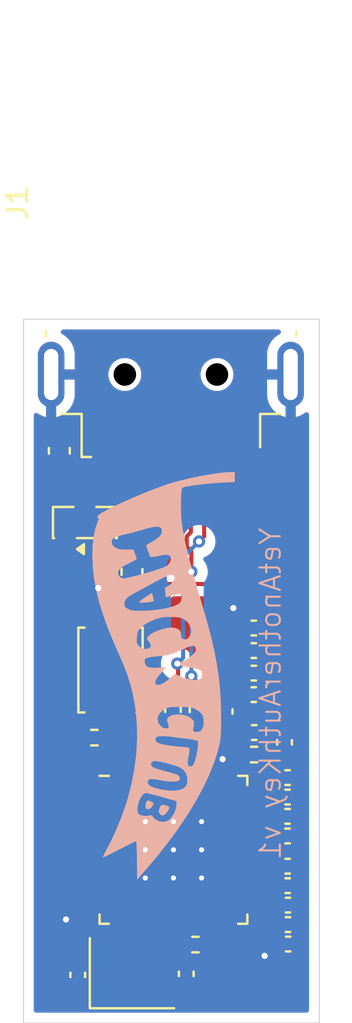
<source format=kicad_pcb>
(kicad_pcb (version 20241229) (generator "pcbnew") (generator_version "9.0")
  (layers (0 "F.Cu" signal) (2 "B.Cu" signal) (13 "F.Paste" user) (15 "B.Paste" user) (5 "F.SilkS" user "F.Silkscreen") (7 "B.SilkS" user "B.Silkscreen") (1 "F.Mask" user) (3 "B.Mask" user) (25 "Edge.Cuts" user))
  (net 0 "")
  (net 1 "VBUS")
  (net 2 "GND")
  (net 3 "+3V3")
  (net 4 "Net-(C3-Pad1)")
  (net 5 "/XIN")
  (net 6 "+1V1")
  (net 7 "/VREG_AVDD")
  (net 8 "Net-(U1-VREG_LX)")
  (net 9 "/USB_D+")
  (net 10 "/USB_D-")
  (net 11 "Net-(U1-USB_DP)")
  (net 12 "Net-(U1-USB_DM)")
  (net 13 "/BOOTSEL")
  (net 14 "Net-(R4-Pad1)")
  (net 15 "/XOUT")
  (footprint "Capacitor_SMD:C_0402_1005Metric" (layer "F.Cu") (at 194.55 65.55)
    (property "Reference" "C8" (hide yes))
    (property "Value" "100n" (hide yes))
    (pad "1" smd roundrect (at -0.48 0) (size 0.56 0.62) (layers "F.Cu" "F.Mask" "F.Paste") (net 6 "+1V1"))
    (pad "2" smd roundrect (at 0.48 0) (size 0.56 0.62) (layers "F.Cu" "F.Mask" "F.Paste") (net 2 "GND"))
  )
  (footprint "Capacitor_SMD:C_0603_1608Metric" (layer "F.Cu") (at 185.05 55.8 90)
    (property "Reference" "C1" (hide yes))
    (property "Value" "10u" (hide yes))
    (pad "1" smd roundrect (at -0.775 0 90) (size 0.9 0.95) (layers "F.Cu" "F.Mask" "F.Paste") (net 2 "GND"))
    (pad "2" smd roundrect (at 0.775 0 90) (size 0.9 0.95) (layers "F.Cu" "F.Mask" "F.Paste") (net 1 "VBUS"))
  )
  (footprint "Button_Switch_SMD:SW_Push_SPST_NO_Alps_SKRK" (layer "F.Cu") (at 187.55 66.5 -90)
    (property "Reference" "SW1" (hide yes))
    (property "Value" "SW_Push" (hide yes))
    (pad "1" smd roundrect (at -2.1 0 270) (size 0.8 2) (layers "F.Cu" "F.Mask" "F.Paste") (net 2 "GND"))
    (pad "2" smd roundrect (at 2.1 0 270) (size 0.8 2) (layers "F.Cu" "F.Mask" "F.Paste") (net 14 "Net-(R4-Pad1)"))
  )
  (footprint "Capacitor_SMD:C_0402_1005Metric" (layer "F.Cu") (at 196.05 70.03 90)
    (property "Reference" "C6" (hide yes))
    (property "Value" "4.7u" (hide yes))
    (pad "1" smd roundrect (at -0.48 0 90) (size 0.56 0.62) (layers "F.Cu" "F.Mask" "F.Paste") (net 3 "+3V3"))
    (pad "2" smd roundrect (at 0.48 0 90) (size 0.56 0.62) (layers "F.Cu" "F.Mask" "F.Paste") (net 2 "GND"))
  )
  (footprint "Package_TO_SOT_SMD:SOT-23" (layer "F.Cu") (at 186.3 59.3 90)
    (property "Reference" "U2" (hide yes))
    (property "Value" "MCP1700x-330xxTT" (hide yes))
    (pad "1" smd roundrect (at -0.9375 -0.95 90) (size 1.475 0.6) (layers "F.Cu" "F.Mask" "F.Paste") (net 2 "GND"))
    (pad "2" smd roundrect (at -0.9375 0.95 90) (size 1.475 0.6) (layers "F.Cu" "F.Mask" "F.Paste") (net 3 "+3V3"))
    (pad "3" smd roundrect (at 0.9375 0 90) (size 1.475 0.6) (layers "F.Cu" "F.Mask" "F.Paste") (net 1 "VBUS"))
  )
  (footprint "Resistor_SMD:R_0402_1005Metric" (layer "F.Cu") (at 191.8 68.4 90)
    (property "Reference" "R3" (hide yes))
    (property "Value" "27" (hide yes))
    (pad "1" smd roundrect (at -0.51 0 90) (size 0.54 0.64) (layers "F.Cu" "F.Mask" "F.Paste") (net 12 "Net-(U1-USB_DM)"))
    (pad "2" smd roundrect (at 0.51 0 90) (size 0.54 0.64) (layers "F.Cu" "F.Mask" "F.Paste") (net 10 "/USB_D-"))
  )
  (footprint "Capacitor_SMD:C_0402_1005Metric" (layer "F.Cu") (at 196.22 78.925 180)
    (property "Reference" "C12" (hide yes))
    (property "Value" "100n" (hide yes))
    (pad "1" smd roundrect (at -0.48 0 180) (size 0.56 0.62) (layers "F.Cu" "F.Mask" "F.Paste") (net 3 "+3V3"))
    (pad "2" smd roundrect (at 0.48 0 180) (size 0.56 0.62) (layers "F.Cu" "F.Mask" "F.Paste") (net 2 "GND"))
  )
  (footprint "Capacitor_SMD:C_0603_1608Metric" (layer "F.Cu") (at 188.6 61.7125 -90)
    (property "Reference" "C2" (hide yes))
    (property "Value" "10u" (hide yes))
    (pad "1" smd roundrect (at -0.775 0 270) (size 0.9 0.95) (layers "F.Cu" "F.Mask" "F.Paste") (net 3 "+3V3"))
    (pad "2" smd roundrect (at 0.775 0 270) (size 0.9 0.95) (layers "F.Cu" "F.Mask" "F.Paste") (net 2 "GND"))
  )
  (footprint "Crystal:Crystal_SMD_3225-4Pin_3.2x2.5mm" (layer "F.Cu") (at 188.6 81.3)
    (property "Reference" "Y1" (hide yes))
    (property "Value" "ABM8-272-T3" (hide yes))
    (pad "1" smd roundrect (at -1.1 0.85) (size 1.4 1.2) (layers "F.Cu" "F.Mask" "F.Paste") (roundrect_rratio 0.208333) (net 4 "Net-(C3-Pad1)"))
    (pad "2" smd roundrect (at 1.1 0.85) (size 1.4 1.2) (layers "F.Cu" "F.Mask" "F.Paste") (roundrect_rratio 0.208333) (net 2 "GND"))
    (pad "3" smd roundrect (at 1.1 -0.85) (size 1.4 1.2) (layers "F.Cu" "F.Mask" "F.Paste") (roundrect_rratio 0.208333) (net 5 "/XIN"))
    (pad "4" smd roundrect (at -1.1 -0.85) (size 1.4 1.2) (layers "F.Cu" "F.Mask" "F.Paste") (roundrect_rratio 0.208333) (net 2 "GND"))
  )
  (footprint "Capacitor_SMD:C_0402_1005Metric" (layer "F.Cu") (at 194.55 64.45)
    (property "Reference" "C10" (hide yes))
    (property "Value" "100n" (hide yes))
    (pad "1" smd roundrect (at -0.48 0) (size 0.56 0.62) (layers "F.Cu" "F.Mask" "F.Paste") (net 6 "+1V1"))
    (pad "2" smd roundrect (at 0.48 0) (size 0.56 0.62) (layers "F.Cu" "F.Mask" "F.Paste") (net 2 "GND"))
  )
  (footprint "Connector_USB:USB_A_Molex_48037-2200_Horizontal" (layer "F.Cu") (at 190.5 43.7 90)
    (property "Reference" "J1" (at 0 -7.5 90) (layer "F.SilkS"))
    (property "Value" "USB_A")
    (pad "" np_thru_hole circle (at -8.375 -2.25 90) (size 1.1 1.1) (drill 1.1) (layers "*.Mask"))
    (pad "" np_thru_hole circle (at -8.375 2.25 90) (size 1.1 1.1) (drill 1.1) (layers "*.Mask"))
    (pad "1" smd roundrect (at -10.975 -3.5 90) (size 2 1.2) (layers "F.Cu" "F.Mask" "F.Paste") (net 1 "VBUS"))
    (pad "2" smd roundrect (at -10.975 -1 90) (size 2 1.2) (layers "F.Cu" "F.Mask" "F.Paste") (net 10 "/USB_D-"))
    (pad "3" smd roundrect (at -10.975 1 90) (size 2 1.2) (layers "F.Cu" "F.Mask" "F.Paste") (net 9 "/USB_D+"))
    (pad "4" smd roundrect (at -10.975 3.5 90) (size 2 1.2) (layers "F.Cu" "F.Mask" "F.Paste") (net 2 "GND"))
    (pad "5" thru_hole oval (at -8.375 -5.85 90) (size 3.2 1.3) (drill oval 2.5 0.7) (property pad_prop_heatsink) (layers "*.Cu" "*.Mask") (net 2 "GND"))
    (pad "5" thru_hole oval (at -8.375 5.85 90) (size 3.2 1.3) (drill oval 2.5 0.7) (property pad_prop_heatsink) (layers "*.Cu" "*.Mask") (net 2 "GND"))
  )
  (footprint "Capacitor_SMD:C_0402_1005Metric" (layer "F.Cu") (at 193.15 68.525 -90)
    (property "Reference" "L1" (hide yes))
    (property "Value" "3.3u" (hide yes))
    (pad "1" smd roundrect (at -0.48 0 270) (size 0.56 0.62) (layers "F.Cu" "F.Mask" "F.Paste") (net 6 "+1V1"))
    (pad "2" smd roundrect (at 0.48 0 270) (size 0.56 0.62) (layers "F.Cu" "F.Mask" "F.Paste") (net 8 "Net-(U1-VREG_LX)"))
  )
  (footprint "Capacitor_SMD:C_0402_1005Metric" (layer "F.Cu") (at 196.23 79.875 180)
    (property "Reference" "C11" (hide yes))
    (property "Value" "100n" (hide yes))
    (pad "1" smd roundrect (at -0.48 0 180) (size 0.56 0.62) (layers "F.Cu" "F.Mask" "F.Paste") (net 3 "+3V3"))
    (pad "2" smd roundrect (at 0.48 0 180) (size 0.56 0.62) (layers "F.Cu" "F.Mask" "F.Paste") (net 2 "GND"))
  )
  (footprint "Capacitor_SMD:C_0402_1005Metric" (layer "F.Cu") (at 196.2 71.75 180)
    (property "Reference" "C17" (hide yes))
    (property "Value" "100n" (hide yes))
    (pad "1" smd roundrect (at -0.48 0 180) (size 0.56 0.62) (layers "F.Cu" "F.Mask" "F.Paste") (net 3 "+3V3"))
    (pad "2" smd roundrect (at 0.48 0 180) (size 0.56 0.62) (layers "F.Cu" "F.Mask" "F.Paste") (net 2 "GND"))
  )
  (footprint "Resistor_SMD:R_0402_1005Metric" (layer "F.Cu") (at 190.6 68.39 90)
    (property "Reference" "R2" (hide yes))
    (property "Value" "27" (hide yes))
    (pad "1" smd roundrect (at -0.51 0 90) (size 0.54 0.64) (layers "F.Cu" "F.Mask" "F.Paste") (net 11 "Net-(U1-USB_DP)"))
    (pad "2" smd roundrect (at 0.51 0 90) (size 0.54 0.64) (layers "F.Cu" "F.Mask" "F.Paste") (net 9 "/USB_D+"))
  )
  (footprint "Capacitor_SMD:C_0402_1005Metric" (layer "F.Cu") (at 194.55 66.65)
    (property "Reference" "C9" (hide yes))
    (property "Value" "4.7u" (hide yes))
    (pad "1" smd roundrect (at -0.48 0) (size 0.56 0.62) (layers "F.Cu" "F.Mask" "F.Paste") (net 6 "+1V1"))
    (pad "2" smd roundrect (at 0.48 0) (size 0.56 0.62) (layers "F.Cu" "F.Mask" "F.Paste") (net 2 "GND"))
  )
  (footprint "Resistor_SMD:R_0402_1005Metric" (layer "F.Cu") (at 186.76 69.8 180)
    (property "Reference" "R4" (hide yes))
    (property "Value" "1k" (hide yes))
    (pad "1" smd roundrect (at -0.51 0 180) (size 0.54 0.64) (layers "F.Cu" "F.Mask" "F.Paste") (net 14 "Net-(R4-Pad1)"))
    (pad "2" smd roundrect (at 0.51 0 180) (size 0.54 0.64) (layers "F.Cu" "F.Mask" "F.Paste") (net 13 "/BOOTSEL"))
  )
  (footprint "Resistor_SMD:R_0402_1005Metric" (layer "F.Cu") (at 194.565 70.625)
    (property "Reference" "R6" (hide yes))
    (property "Value" "33" (hide yes))
    (pad "1" smd roundrect (at -0.51 0) (size 0.54 0.64) (layers "F.Cu" "F.Mask" "F.Paste") (net 7 "/VREG_AVDD"))
    (pad "2" smd roundrect (at 0.51 0) (size 0.54 0.64) (layers "F.Cu" "F.Mask" "F.Paste") (net 3 "+3V3"))
  )
  (footprint "Capacitor_SMD:C_0402_1005Metric" (layer "F.Cu") (at 196.2 74.6 180)
    (property "Reference" "C15" (hide yes))
    (property "Value" "100n" (hide yes))
    (pad "1" smd roundrect (at -0.48 0 180) (size 0.56 0.62) (layers "F.Cu" "F.Mask" "F.Paste") (net 3 "+3V3"))
    (pad "2" smd roundrect (at 0.48 0 180) (size 0.56 0.62) (layers "F.Cu" "F.Mask" "F.Paste") (net 2 "GND"))
  )
  (footprint "RP2350_60QFN_minimal:RP2350-QFN-60-1EP_7x7_P0.4mm_EP3.4x3.4mm_ThermalVias" (layer "F.Cu") (at 190.625 75.275)
    (property "Reference" "U1" (hide yes))
    (property "Value" "RP2350_60QFN" (hide yes))
    (pad "1" smd roundrect (at -3.4375 -2.8) (size 0.875 0.2) (layers "F.Cu" "F.Mask" "F.Paste") (chamfer_ratio 0.25) (chamfer top_right) (net 3 "+3V3"))
    (pad "2" smd roundrect (at -3.4375 -2.4) (size 0.875 0.2) (layers "F.Cu" "F.Mask" "F.Paste"))
    (pad "3" smd roundrect (at -3.4375 -2) (size 0.875 0.2) (layers "F.Cu" "F.Mask" "F.Paste"))
    (pad "4" smd roundrect (at -3.4375 -1.6) (size 0.875 0.2) (layers "F.Cu" "F.Mask" "F.Paste"))
    (pad "5" smd roundrect (at -3.4375 -1.2) (size 0.875 0.2) (layers "F.Cu" "F.Mask" "F.Paste"))
    (pad "6" smd roundrect (at -3.4375 -0.8) (size 0.875 0.2) (layers "F.Cu" "F.Mask" "F.Paste") (net 6 "+1V1"))
    (pad "7" smd roundrect (at -3.4375 -0.4) (size 0.875 0.2) (layers "F.Cu" "F.Mask" "F.Paste"))
    (pad "8" smd roundrect (at -3.4375 0) (size 0.875 0.2) (layers "F.Cu" "F.Mask" "F.Paste"))
    (pad "9" smd roundrect (at -3.4375 0.4) (size 0.875 0.2) (layers "F.Cu" "F.Mask" "F.Paste"))
    (pad "10" smd roundrect (at -3.4375 0.8) (size 0.875 0.2) (layers "F.Cu" "F.Mask" "F.Paste"))
    (pad "11" smd roundrect (at -3.4375 1.2) (size 0.875 0.2) (layers "F.Cu" "F.Mask" "F.Paste") (net 3 "+3V3"))
    (pad "12" smd roundrect (at -3.4375 1.6) (size 0.875 0.2) (layers "F.Cu" "F.Mask" "F.Paste"))
    (pad "13" smd roundrect (at -3.4375 2) (size 0.875 0.2) (layers "F.Cu" "F.Mask" "F.Paste"))
    (pad "14" smd roundrect (at -3.4375 2.4) (size 0.875 0.2) (layers "F.Cu" "F.Mask" "F.Paste"))
    (pad "15" smd roundrect (at -3.4375 2.8) (size 0.875 0.2) (layers "F.Cu" "F.Mask" "F.Paste") (chamfer_ratio 0.25) (chamfer bottom_right))
    (pad "16" smd roundrect (at -2.8 3.4375) (size 0.2 0.875) (layers "F.Cu" "F.Mask" "F.Paste") (chamfer_ratio 0.25) (chamfer top_left))
    (pad "17" smd roundrect (at -2.4 3.4375) (size 0.2 0.875) (layers "F.Cu" "F.Mask" "F.Paste"))
    (pad "18" smd roundrect (at -2 3.4375) (size 0.2 0.875) (layers "F.Cu" "F.Mask" "F.Paste"))
    (pad "19" smd roundrect (at -1.6 3.4375) (size 0.2 0.875) (layers "F.Cu" "F.Mask" "F.Paste"))
    (pad "20" smd roundrect (at -1.2 3.4375) (size 0.2 0.875) (layers "F.Cu" "F.Mask" "F.Paste") (net 3 "+3V3"))
    (pad "21" smd roundrect (at -0.8 3.4375) (size 0.2 0.875) (layers "F.Cu" "F.Mask" "F.Paste") (net 5 "/XIN"))
    (pad "22" smd roundrect (at -0.4 3.4375) (size 0.2 0.875) (layers "F.Cu" "F.Mask" "F.Paste") (net 15 "/XOUT"))
    (pad "23" smd roundrect (at 0 3.4375) (size 0.2 0.875) (layers "F.Cu" "F.Mask" "F.Paste") (net 6 "+1V1"))
    (pad "24" smd roundrect (at 0.4 3.4375) (size 0.2 0.875) (layers "F.Cu" "F.Mask" "F.Paste"))
    (pad "25" smd roundrect (at 0.8 3.4375) (size 0.2 0.875) (layers "F.Cu" "F.Mask" "F.Paste"))
    (pad "26" smd roundrect (at 1.2 3.4375) (size 0.2 0.875) (layers "F.Cu" "F.Mask" "F.Paste"))
    (pad "27" smd roundrect (at 1.6 3.4375) (size 0.2 0.875) (layers "F.Cu" "F.Mask" "F.Paste"))
    (pad "28" smd roundrect (at 2 3.4375) (size 0.2 0.875) (layers "F.Cu" "F.Mask" "F.Paste"))
    (pad "29" smd roundrect (at 2.4 3.4375) (size 0.2 0.875) (layers "F.Cu" "F.Mask" "F.Paste"))
    (pad "30" smd roundrect (at 2.8 3.4375) (size 0.2 0.875) (layers "F.Cu" "F.Mask" "F.Paste") (chamfer_ratio 0.25) (chamfer top_right) (net 3 "+3V3"))
    (pad "31" smd roundrect (at 3.4375 2.8) (size 0.875 0.2) (layers "F.Cu" "F.Mask" "F.Paste") (chamfer_ratio 0.25) (chamfer bottom_left))
    (pad "32" smd roundrect (at 3.4375 2.4) (size 0.875 0.2) (layers "F.Cu" "F.Mask" "F.Paste"))
    (pad "33" smd roundrect (at 3.4375 2) (size 0.875 0.2) (layers "F.Cu" "F.Mask" "F.Paste"))
    (pad "34" smd roundrect (at 3.4375 1.6) (size 0.875 0.2) (layers "F.Cu" "F.Mask" "F.Paste"))
    (pad "35" smd roundrect (at 3.4375 1.2) (size 0.875 0.2) (layers "F.Cu" "F.Mask" "F.Paste"))
    (pad "36" smd roundrect (at 3.4375 0.8) (size 0.875 0.2) (layers "F.Cu" "F.Mask" "F.Paste"))
    (pad "37" smd roundrect (at 3.4375 0.4) (size 0.875 0.2) (layers "F.Cu" "F.Mask" "F.Paste"))
    (pad "38" smd roundrect (at 3.4375 0) (size 0.875 0.2) (layers "F.Cu" "F.Mask" "F.Paste") (net 3 "+3V3"))
    (pad "39" smd roundrect (at 3.4375 -0.4) (size 0.875 0.2) (layers "F.Cu" "F.Mask" "F.Paste") (net 6 "+1V1"))
    (pad "40" smd roundrect (at 3.4375 -0.8) (size 0.875 0.2) (layers "F.Cu" "F.Mask" "F.Paste"))
    (pad "41" smd roundrect (at 3.4375 -1.2) (size 0.875 0.2) (layers "F.Cu" "F.Mask" "F.Paste"))
    (pad "42" smd roundrect (at 3.4375 -1.6) (size 0.875 0.2) (layers "F.Cu" "F.Mask" "F.Paste"))
    (pad "43" smd roundrect (at 3.4375 -2) (size 0.875 0.2) (layers "F.Cu" "F.Mask" "F.Paste"))
    (pad "44" smd roundrect (at 3.4375 -2.4) (size 0.875 0.2) (layers "F.Cu" "F.Mask" "F.Paste") (net 3 "+3V3"))
    (pad "45" smd roundrect (at 3.4375 -2.8) (size 0.875 0.2) (layers "F.Cu" "F.Mask" "F.Paste") (chamfer_ratio 0.25) (chamfer top_left) (net 3 "+3V3"))
    (pad "46" smd roundrect (at 2.8 -3.4375) (size 0.2 0.875) (layers "F.Cu" "F.Mask" "F.Paste") (chamfer_ratio 0.25) (chamfer bottom_right) (net 7 "/VREG_AVDD"))
    (pad "47" smd roundrect (at 2.4 -3.4375) (size 0.2 0.875) (layers "F.Cu" "F.Mask" "F.Paste") (net 2 "GND"))
    (pad "48" smd roundrect (at 2 -3.4375) (size 0.2 0.875) (layers "F.Cu" "F.Mask" "F.Paste") (net 8 "Net-(U1-VREG_LX)"))
    (pad "49" smd roundrect (at 1.6 -3.4375) (size 0.2 0.875) (layers "F.Cu" "F.Mask" "F.Paste") (net 3 "+3V3"))
    (pad "50" smd roundrect (at 1.2 -3.4375) (size 0.2 0.875) (layers "F.Cu" "F.Mask" "F.Paste") (net 6 "+1V1"))
    (pad "51" smd roundrect (at 0.8 -3.4375) (size 0.2 0.875) (layers "F.Cu" "F.Mask" "F.Paste") (net 12 "Net-(U1-USB_DM)"))
    (pad "52" smd roundrect (at 0.4 -3.4375) (size 0.2 0.875) (layers "F.Cu" "F.Mask" "F.Paste") (net 11 "Net-(U1-USB_DP)"))
    (pad "53" smd roundrect (at 0 -3.4375) (size 0.2 0.875) (layers "F.Cu" "F.Mask" "F.Paste") (net 3 "+3V3"))
    (pad "54" smd roundrect (at -0.4 -3.4375) (size 0.2 0.875) (layers "F.Cu" "F.Mask" "F.Paste") (net 3 "+3V3"))
    (pad "55" smd roundrect (at -0.8 -3.4375) (size 0.2 0.875) (layers "F.Cu" "F.Mask" "F.Paste"))
    (pad "56" smd roundrect (at -1.2 -3.4375) (size 0.2 0.875) (layers "F.Cu" "F.Mask" "F.Paste"))
    (pad "57" smd roundrect (at -1.6 -3.4375) (size 0.2 0.875) (layers "F.Cu" "F.Mask" "F.Paste"))
    (pad "58" smd roundrect (at -2 -3.4375) (size 0.2 0.875) (layers "F.Cu" "F.Mask" "F.Paste"))
    (pad "59" smd roundrect (at -2.4 -3.4375) (size 0.2 0.875) (layers "F.Cu" "F.Mask" "F.Paste"))
    (pad "60" smd roundrect (at -2.8 -3.4375) (size 0.2 0.875) (layers "F.Cu" "F.Mask" "F.Paste") (chamfer_ratio 0.25) (chamfer bottom_left) (net 13 "/BOOTSEL"))
    (pad "61" thru_hole circle (at -1.375 -1.375) (size 0.6 0.6) (drill 0.25) (layers "*.Cu") (net 2 "GND"))
    (pad "61" thru_hole circle (at -1.375 0) (size 0.6 0.6) (drill 0.25) (layers "*.Cu") (net 2 "GND"))
    (pad "61" thru_hole circle (at -1.375 1.375) (size 0.6 0.6) (drill 0.25) (layers "*.Cu") (net 2 "GND"))
    (pad "61" thru_hole circle (at 0 -1.375) (size 0.6 0.6) (drill 0.25) (layers "*.Cu") (net 2 "GND"))
    (pad "61" thru_hole circle (at 0 0) (size 0.6 0.6) (drill 0.25) (layers "*.Cu") (net 2 "GND"))
    (pad "61" smd roundrect (at 0 0 90) (size 3.4 3.4) (layers "F.Cu" "F.Mask") (roundrect_rratio 0.045) (net 2 "GND"))
    (pad "61" thru_hole circle (at 0 1.375) (size 0.6 0.6) (drill 0.25) (layers "*.Cu") (net 2 "GND"))
    (pad "61" thru_hole circle (at 1.375 -1.375) (size 0.6 0.6) (drill 0.25) (layers "*.Cu") (net 2 "GND"))
    (pad "61" thru_hole circle (at 1.375 0) (size 0.6 0.6) (drill 0.25) (layers "*.Cu") (net 2 "GND"))
    (pad "61" thru_hole circle (at 1.375 1.375) (size 0.6 0.6) (drill 0.25) (layers "*.Cu") (net 2 "GND"))
  )
  (footprint "Capacitor_SMD:C_0402_1005Metric" (layer "F.Cu") (at 194.57 69.55)
    (property "Reference" "C7" (hide yes))
    (property "Value" "4.7u" (hide yes))
    (pad "1" smd roundrect (at -0.48 0) (size 0.56 0.62) (layers "F.Cu" "F.Mask" "F.Paste") (net 7 "/VREG_AVDD"))
    (pad "2" smd roundrect (at 0.48 0) (size 0.56 0.62) (layers "F.Cu" "F.Mask" "F.Paste") (net 2 "GND"))
  )
  (footprint "Capacitor_SMD:C_0402_1005Metric" (layer "F.Cu") (at 185.95 81.38 90)
    (property "Reference" "C3" (hide yes))
    (property "Value" "15p" (hide yes))
    (pad "1" smd roundrect (at -0.48 0 90) (size 0.56 0.62) (layers "F.Cu" "F.Mask" "F.Paste") (net 4 "Net-(C3-Pad1)"))
    (pad "2" smd roundrect (at 0.48 0 90) (size 0.56 0.62) (layers "F.Cu" "F.Mask" "F.Paste") (net 2 "GND"))
  )
  (footprint "Capacitor_SMD:C_0402_1005Metric" (layer "F.Cu") (at 196.2 73.64 180)
    (property "Reference" "C19" (hide yes))
    (property "Value" "100n" (hide yes))
    (pad "1" smd roundrect (at -0.48 0 180) (size 0.56 0.62) (layers "F.Cu" "F.Mask" "F.Paste") (net 3 "+3V3"))
    (pad "2" smd roundrect (at 0.48 0 180) (size 0.56 0.62) (layers "F.Cu" "F.Mask" "F.Paste") (net 2 "GND"))
  )
  (footprint "Capacitor_SMD:C_0402_1005Metric" (layer "F.Cu") (at 196.2 72.7 180)
    (property "Reference" "C18" (hide yes))
    (property "Value" "100n" (hide yes))
    (pad "1" smd roundrect (at -0.48 0 180) (size 0.56 0.62) (layers "F.Cu" "F.Mask" "F.Paste") (net 3 "+3V3"))
    (pad "2" smd roundrect (at 0.48 0 180) (size 0.56 0.62) (layers "F.Cu" "F.Mask" "F.Paste") (net 2 "GND"))
  )
  (footprint "Capacitor_SMD:C_0402_1005Metric" (layer "F.Cu") (at 196.205 77.025 180)
    (property "Reference" "C14" (hide yes))
    (property "Value" "100n" (hide yes))
    (pad "1" smd roundrect (at -0.48 0 180) (size 0.56 0.62) (layers "F.Cu" "F.Mask" "F.Paste") (net 3 "+3V3"))
    (pad "2" smd roundrect (at 0.48 0 180) (size 0.56 0.62) (layers "F.Cu" "F.Mask" "F.Paste") (net 2 "GND"))
  )
  (footprint "Capacitor_SMD:C_0402_1005Metric" (layer "F.Cu") (at 191.25 81.33 -90)
    (property "Reference" "C4" (hide yes))
    (property "Value" "15p" (hide yes))
    (pad "1" smd roundrect (at -0.48 0 270) (size 0.56 0.62) (layers "F.Cu" "F.Mask" "F.Paste") (net 5 "/XIN"))
    (pad "2" smd roundrect (at 0.48 0 270) (size 0.56 0.62) (layers "F.Cu" "F.Mask" "F.Paste") (net 2 "GND"))
  )
  (footprint "Capacitor_SMD:C_0402_1005Metric" (layer "F.Cu") (at 196.205 76.075 180)
    (property "Reference" "C16" (hide yes))
    (property "Value" "100n" (hide yes))
    (pad "1" smd roundrect (at -0.48 0 180) (size 0.56 0.62) (layers "F.Cu" "F.Mask" "F.Paste") (net 3 "+3V3"))
    (pad "2" smd roundrect (at 0.48 0 180) (size 0.56 0.62) (layers "F.Cu" "F.Mask" "F.Paste") (net 2 "GND"))
  )
  (footprint "Capacitor_SMD:C_0402_1005Metric" (layer "F.Cu") (at 194.55 67.7)
    (property "Reference" "C5" (hide yes))
    (property "Value" "4.7u" (hide yes))
    (pad "1" smd roundrect (at -0.48 0) (size 0.56 0.62) (layers "F.Cu" "F.Mask" "F.Paste") (net 6 "+1V1"))
    (pad "2" smd roundrect (at 0.48 0) (size 0.56 0.62) (layers "F.Cu" "F.Mask" "F.Paste") (net 2 "GND"))
  )
  (footprint "Capacitor_SMD:C_0402_1005Metric" (layer "F.Cu") (at 196.22 77.975 180)
    (property "Reference" "C13" (hide yes))
    (property "Value" "100n" (hide yes))
    (pad "1" smd roundrect (at -0.48 0 180) (size 0.56 0.62) (layers "F.Cu" "F.Mask" "F.Paste") (net 3 "+3V3"))
    (pad "2" smd roundrect (at 0.48 0 180) (size 0.56 0.62) (layers "F.Cu" "F.Mask" "F.Paste") (net 2 "GND"))
  )
  (footprint "Resistor_SMD:R_0402_1005Metric" (layer "F.Cu") (at 191.7 79.9)
    (property "Reference" "R5" (hide yes))
    (property "Value" "1k" (hide yes))
    (pad "1" smd roundrect (at -0.51 0) (size 0.54 0.64) (layers "F.Cu" "F.Mask" "F.Paste") (net 15 "/XOUT"))
    (pad "2" smd roundrect (at 0.51 0) (size 0.54 0.64) (layers "F.Cu" "F.Mask" "F.Paste") (net 4 "Net-(C3-Pad1)"))
  )
  (footprint "LOGO" (layer "B.Cu") (at 190.125 66.8 -90)
    (property "Reference" "G***" (hide yes))
    (property "Value" "LOGO" (hide yes))
  )
  (gr_rect (start 183.3 49.375) (end 197.75 83.725) (stroke (width 0.05)) (fill no) (layer "Edge.Cuts"))
  (gr_text "YetAnotherAuthKey v1\n" (at 195.95 59.475 90) (layer "B.SilkS") (effects (font (size 1 1) (thickness 0.1)) (justify left bottom mirror)))
  (segment (start 186.3 58.3625) (end 186.3 56.275) (width 0.4) (layer "F.Cu") (net 1))
  (segment (start 186.65 55.025) (end 187 54.675) (width 0.2) (layer "F.Cu") (net 1))
  (segment (start 186.3 56.275) (end 185.05 55.025) (width 0.4) (layer "F.Cu") (net 1))
  (segment (start 185.05 55.025) (end 186.65 55.025) (width 0.4) (layer "F.Cu") (net 1))
  (segment (start 190.91 82.15) (end 191.25 81.81) (width 0.2) (layer "F.Cu") (net 2))
  (segment (start 189.7 82.15) (end 190.91 82.15) (width 0.2) (layer "F.Cu") (net 2))
  (segment (start 195.03 64.45) (end 194.055 63.475) (width 0.2) (layer "F.Cu") (net 2))
  (segment (start 188.6 62.4875) (end 186.9625 62.4875) (width 0.2) (layer "F.Cu") (net 2))
  (segment (start 193.025 71.8375) (end 193.025 70.85) (width 0.2) (layer "F.Cu") (net 2))
  (segment (start 195.745 79.57) (end 195.775 79.6) (width 0.2) (layer "F.Cu") (net 2))
  (segment (start 187.2375 80.5375) (end 185.375 78.675) (width 0.2) (layer "F.Cu") (net 2))
  (segment (start 187.5 80.45) (end 187.4125 80.5375) (width 0.2) (layer "F.Cu") (net 2))
  (segment (start 186.95 62.5) (end 186.9625 62.4875) (width 0.2) (layer "F.Cu") (net 2))
  (segment (start 189.7 82.15) (end 189.2 82.15) (width 0.2) (layer "F.Cu") (net 2))
  (segment (start 187.05 80.9) (end 187.5 80.45) (width 0.2) (layer "F.Cu") (net 2))
  (segment (start 185.95 80.9) (end 187.05 80.9) (width 0.2) (layer "F.Cu") (net 2))
  (segment (start 187.4125 80.5375) (end 187.2375 80.5375) (width 0.2) (layer "F.Cu") (net 2))
  (segment (start 195.72 73.64) (end 195.72 72.7) (width 0.2) (layer "F.Cu") (net 2))
  (segment (start 194.055 63.475) (end 193.55 63.475) (width 0.2) (layer "F.Cu") (net 2))
  (segment (start 195.03 64.45) (end 195.03 67.7) (width 0.2) (layer "F.Cu") (net 2))
  (segment (start 195.75 79.875) (end 195.655 79.875) (width 0.2) (layer "F.Cu") (net 2))
  (segment (start 189.2 82.15) (end 187.5 80.45) (width 0.2) (layer "F.Cu") (net 2))
  (via (at 193.55 63.475) (size 0.6) (drill 0.3) (layers "F.Cu" "B.Cu") (net 2))
  (via (at 186.95 62.5) (size 0.6) (drill 0.3) (layers "F.Cu" "B.Cu") (net 2))
  (via (at 195.08 80.45) (size 0.6) (drill 0.3) (layers "F.Cu" "B.Cu") (net 2))
  (via (at 185.375 78.675) (size 0.6) (drill 0.3) (layers "F.Cu" "B.Cu") (net 2))
  (via (at 193.025 70.85) (size 0.6) (drill 0.3) (layers "F.Cu" "B.Cu") (net 2))
  (segment (start 193.425 79.9) (end 194.801 78.524) (width 0.2) (layer "F.Cu") (net 3))
  (segment (start 193.81855 62.301) (end 189.9635 62.301) (width 0.2) (layer "F.Cu") (net 3))
  (segment (start 185.9 75.75) (end 185.9 73.227226) (width 0.2) (layer "F.Cu") (net 3))
  (segment (start 196.68 71.75) (end 196.68 71.14) (width 0.2) (layer "F.Cu") (net 3))
  (segment (start 187.1875 72.475) (end 185.679 70.9665) (width 0.2) (layer "F.Cu") (net 3))
  (segment (start 188.6 60.9375) (end 189.899 62.2365) (width 0.2) (layer "F.Cu") (net 3))
  (segment (start 185.9 73.227226) (end 186.653226 72.474) (width 0.2) (layer "F.Cu") (net 3))
  (segment (start 194.801 75.478226) (end 194.596774 75.274) (width 0.2) (layer "F.Cu") (net 3))
  (segment (start 194.595774 75.275) (end 194.596774 75.274) (width 0.2) (layer "F.Cu") (net 3))
  (segment (start 196.661 69.899) (end 196.661 65.14345) (width 0.2) (layer "F.Cu") (net 3))
  (segment (start 195.9 81.35) (end 193.875 81.35) (width 0.2) (layer "F.Cu") (net 3))
  (segment (start 196.661 65.14345) (end 193.81855 62.301) (width 0.2) (layer "F.Cu") (net 3))
  (segment (start 195.935 70.625) (end 196.05 70.51) (width 0.2) (layer "F.Cu") (net 3))
  (segment (start 188.6 60.9375) (end 187.95 60.9375) (width 0.2) (layer "F.Cu") (net 3))
  (segment (start 189.016608 77.974) (end 187.926 76.883392) (width 0.2) (layer "F.Cu") (net 3))
  (segment (start 186.654226 72.475) (end 186.653226 72.474) (width 0.2) (layer "F.Cu") (net 3))
  (segment (start 189.9635 62.301) (end 189.899 62.2365) (width 0.2) (layer "F.Cu") (net 3))
  (segment (start 195.935 70.51) (end 196.05 70.51) (width 0.2) (layer "F.Cu") (net 3))
  (segment (start 196.68 71.14) (end 196.05 70.51) (width 0.2) (layer "F.Cu") (net 3))
  (segment (start 196.71 80.54) (end 195.9 81.35) (width 0.2) (layer "F.Cu") (net 3))
  (segment (start 189.425 78.175) (end 189.425 78.7125) (width 0.2) (layer "F.Cu") (net 3))
  (segment (start 195.075 70.625) (end 195.935 70.625) (width 0.2) (layer "F.Cu") (net 3))
  (segment (start 189.899 70.976226) (end 190.225 71.302226) (width 0.2) (layer "F.Cu") (net 3))
  (segment (start 185.679 61.8085) (end 187.25 60.2375) (width 0.2) (layer "F.Cu") (net 3))
  (segment (start 194.425 71.275) (end 195.075 70.625) (width 0.2) (layer "F.Cu") (net 3))
  (segment (start 192.225 72.425) (end 192.675 72.875) (width 0.2) (layer "F.Cu") (net 3))
  (segment (start 185.679 70.9665) (end 185.679 61.8085) (width 0.2) (layer "F.Cu") (net 3))
  (segment (start 190.625 71.8375) (end 190.225 71.8375) (width 0.2) (layer "F.Cu") (net 3))
  (segment (start 189.425 78.175) (end 189.224 77.974) (width 0.2) (layer "F.Cu") (net 3))
  (segment (start 192.225 71.8375) (end 192.225 72.425) (width 0.2) (layer "F.Cu") (net 3))
  (segment (start 193.425 80.9) (end 193.425 79.9) (width 0.2) (layer "F.Cu") (net 3))
  (segment (start 196.71 79.875) (end 196.71 80.54) (width 0.2) (layer "F.Cu") (net 3))
  (segment (start 194.0625 72.475) (end 194.425 72.1125) (width 0.2) (layer "F.Cu") (net 3))
  (segment (start 194.801 78.524) (end 194.801 75.478226) (width 0.2) (layer "F.Cu") (net 3))
  (segment (start 187.1875 72.475) (end 186.654226 72.475) (width 0.2) (layer "F.Cu") (net 3))
  (segment (start 187.95 60.9375) (end 187.25 60.2375) (width 0.2) (layer "F.Cu") (net 3))
  (segment (start 192.675 72.875) (end 194.0625 72.875) (width 0.2) (layer "F.Cu") (net 3))
  (segment (start 194.0625 75.275) (end 194.595774 75.275) (width 0.2) (layer "F.Cu") (net 3))
  (segment (start 187.725 76.475) (end 187.1875 76.475) (width 0.2) (layer "F.Cu") (net 3))
  (segment (start 187.1875 76.475) (end 186.625 76.475) (width 0.2) (layer "F.Cu") (net 3))
  (segment (start 193.875 81.35) (end 193.425 80.9) (width 0.2) (layer "F.Cu") (net 3))
  (segment (start 196.71 79.875) (end 196.71 71.78) (width 0.2) (layer "F.Cu") (net 3))
  (segment (start 194.0625 72.475) (end 194.0625 72.875) (width 0.2) (layer "F.Cu") (net 3))
  (segment (start 196.71 71.78) (end 196.68 71.75) (width 0.2) (layer "F.Cu") (net 3))
  (segment (start 189.899 62.2365) (end 189.899 70.976226) (width 0.2) (layer "F.Cu") (net 3))
  (segment (start 196.05 70.51) (end 196.661 69.899) (width 0.2) (layer "F.Cu") (net 3))
  (segment (start 186.625 76.475) (end 185.9 75.75) (width 0.2) (layer "F.Cu") (net 3))
  (segment (start 190.225 71.302226) (end 190.225 71.8375) (width 0.2) (layer "F.Cu") (net 3))
  (segment (start 194.425 72.1125) (end 194.425 71.275) (width 0.2) (layer "F.Cu") (net 3))
  (segment (start 187.926 76.676) (end 187.725 76.475) (width 0.2) (layer "F.Cu") (net 3))
  (segment (start 187.926 76.883392) (end 187.926 76.676) (width 0.2) (layer "F.Cu") (net 3))
  (segment (start 193.425 78.7125) (end 193.425 79.9) (width 0.2) (layer "F.Cu") (net 3))
  (segment (start 189.224 77.974) (end 189.016608 77.974) (width 0.2) (layer "F.Cu") (net 3))
  (segment (start 187.21 81.86) (end 187.5 82.15) (width 0.2) (layer "F.Cu") (net 4))
  (segment (start 187.5 82.15) (end 188.474 83.124) (width 0.2) (layer "F.Cu") (net 4))
  (segment (start 192.21 81.78755) (end 192.21 79.9) (width 0.2) (layer "F.Cu") (net 4))
  (segment (start 188.474 83.124) (end 190.87355 83.124) (width 0.2) (layer "F.Cu") (net 4))
  (segment (start 185.95 81.86) (end 187.21 81.86) (width 0.2) (layer "F.Cu") (net 4))
  (segment (start 190.87355 83.124) (end 192.21 81.78755) (width 0.2) (layer "F.Cu") (net 4))
  (segment (start 189.825 80.325) (end 189.7 80.45) (width 0.2) (layer "F.Cu") (net 5))
  (segment (start 190.1 80.85) (end 189.7 80.45) (width 0.2) (layer "F.Cu") (net 5))
  (segment (start 189.825 78.7125) (end 189.825 80.325) (width 0.2) (layer "F.Cu") (net 5))
  (segment (start 191.25 80.85) (end 190.1 80.85) (width 0.2) (layer "F.Cu") (net 5))
  (segment (start 192.45 68.745) (end 193.15 68.045) (width 0.2) (layer "F.Cu") (net 6))
  (segment (start 192.45 69.275) (end 192.45 68.745) (width 0.2) (layer "F.Cu") (net 6))
  (segment (start 191.825 69.9) (end 192.45 69.275) (width 0.2) (layer "F.Cu") (net 6))
  (segment (start 190.05 77.35) (end 188.959708 77.35) (width 0.2) (layer "F.Cu") (net 6))
  (segment (start 193.15 68.045) (end 193.725 68.045) (width 0.2) (layer "F.Cu") (net 6))
  (segment (start 193.725 68.045) (end 194.07 67.7) (width 0.2) (layer "F.Cu") (net 6))
  (segment (start 192.626 73.526) (end 191.825 72.725) (width 0.2) (layer "F.Cu") (net 6))
  (segment (start 193.375 74.875) (end 192.626 74.126) (width 0.2) (layer "F.Cu") (net 6))
  (segment (start 190.625 77.925) (end 190.05 77.35) (width 0.2) (layer "F.Cu") (net 6))
  (segment (start 188.624 73.535708) (end 189.583708 72.576) (width 0.2) (layer "F.Cu") (net 6))
  (segment (start 192.626 74.126) (end 192.626 73.526) (width 0.2) (layer "F.Cu") (net 6))
  (segment (start 191.825 72.725) (end 191.825 72.372774) (width 0.2) (layer "F.Cu") (net 6))
  (segment (start 191.825 72.372774) (end 191.825 71.8375) (width 0.2) (layer "F.Cu") (net 6))
  (segment (start 194.0625 74.875) (end 193.375 74.875) (width 0.2) (layer "F.Cu") (net 6))
  (segment (start 187.725 74.475) (end 188.624 73.576) (width 0.2) (layer "F.Cu") (net 6))
  (segment (start 188.959708 77.35) (end 188.624 77.014292) (width 0.2) (layer "F.Cu") (net 6))
  (segment (start 188.624 73.576) (end 188.624 73.535708) (width 0.2) (layer "F.Cu") (net 6))
  (segment (start 191.621774 72.576) (end 191.825 72.372774) (width 0.2) (layer "F.Cu") (net 6))
  (segment (start 190.625 78.7125) (end 190.625 77.925) (width 0.2) (layer "F.Cu") (net 6))
  (segment (start 194.07 67.7) (end 194.07 64.45) (width 0.2) (layer "F.Cu") (net 6))
  (segment (start 191.825 71.8375) (end 191.825 69.9) (width 0.2) (layer "F.Cu") (net 6))
  (segment (start 189.583708 72.576) (end 191.621774 72.576) (width 0.2) (layer "F.Cu") (net 6))
  (segment (start 188.624 77.014292) (end 188.624 73.535708) (width 0.2) (layer "F.Cu") (net 6))
  (segment (start 187.1875 74.475) (end 187.725 74.475) (width 0.2) (layer "F.Cu") (net 6))
  (segment (start 194.025 71.2375) (end 194.025 70.655) (width 0.2) (layer "F.Cu") (net 7))
  (segment (start 194.055 70.625) (end 194.055 69.585) (width 0.2) (layer "F.Cu") (net 7))
  (segment (start 194.055 69.585) (end 194.09 69.55) (width 0.2) (layer "F.Cu") (net 7))
  (segment (start 194.025 70.655) (end 194.055 70.625) (width 0.2) (layer "F.Cu") (net 7))
  (segment (start 193.425 71.8375) (end 194.025 71.2375) (width 0.2) (layer "F.Cu") (net 7))
  (segment (start 192.625 71.8375) (end 192.625 71.3) (width 0.2) (layer "F.Cu") (net 8))
  (segment (start 192.2339 70.0661) (end 193.125 69.175) (width 0.2) (layer "F.Cu") (net 8))
  (segment (start 192.625 71.3) (end 192.226 70.901) (width 0.2) (layer "F.Cu") (net 8))
  (segment (start 192.226 70.901) (end 192.226 70.0661) (width 0.2) (layer "F.Cu") (net 8))
  (segment (start 192.226 70.0661) (end 192.2339 70.0661) (width 0.2) (layer "F.Cu") (net 8))
  (segment (start 191.65 56.2579) (end 191.65 54.825) (width 0.2) (layer "F.Cu") (net 9))
  (segment (start 191.65 54.825) (end 191.5 54.675) (width 0.2) (layer "F.Cu") (net 9))
  (segment (start 190.85 67.63) (end 190.6 67.88) (width 0.2) (layer "F.Cu") (net 9))
  (segment (start 190.8125 66.1875) (end 190.85 66.225) (width 0.2) (layer "F.Cu") (net 9))
  (segment (start 191.875 60.225) (end 192.125 59.975) (width 0.2) (layer "F.Cu") (net 9))
  (segment (start 190.85 66.225) (end 190.85 67.63) (width 0.2) (layer "F.Cu") (net 9))
  (segment (start 192.125 59.975) (end 192.125 56.7329) (width 0.2) (layer "F.Cu") (net 9))
  (segment (start 192.125 56.7329) (end 191.65 56.2579) (width 0.2) (layer "F.Cu") (net 9))
  (via (at 191.875 60.225) (size 0.6) (drill 0.3) (layers "F.Cu" "B.Cu") (net 9))
  (via (at 190.8125 66.1875) (size 0.6) (drill 0.3) (layers "F.Cu" "B.Cu") (net 9))
  (segment (start 190.899 61.948943) (end 190.899 61.451057) (width 0.2) (layer "B.Cu") (net 9))
  (segment (start 191.099 65.901) (end 191.099 62.148943) (width 0.2) (layer "B.Cu") (net 9))
  (segment (start 190.899 61.451057) (end 191.25 61.100057) (width 0.2) (layer "B.Cu") (net 9))
  (segment (start 191.25 60.85) (end 191.875 60.225) (width 0.2) (layer "B.Cu") (net 9))
  (segment (start 191.25 61.100057) (end 191.25 60.85) (width 0.2) (layer "B.Cu") (net 9))
  (segment (start 191.099 62.148943) (end 190.899 61.948943) (width 0.2) (layer "B.Cu") (net 9))
  (segment (start 190.8125 66.1875) (end 191.099 65.901) (width 0.2) (layer "B.Cu") (net 9))
  (segment (start 191.5 66.8) (end 191.8 67.1) (width 0.2) (layer "F.Cu") (net 10))
  (segment (start 191.474 59.776057) (end 191.474 56.649) (width 0.2) (layer "F.Cu") (net 10))
  (segment (start 191.274 60.473943) (end 191.274 59.976057) (width 0.2) (layer "F.Cu") (net 10))
  (segment (start 191.5 61.7) (end 191.5 60.699943) (width 0.2) (layer "F.Cu") (net 10))
  (segment (start 191.8 67.1) (end 191.8 67.89) (width 0.2) (layer "F.Cu") (net 10))
  (segment (start 191.474 56.649) (end 189.5 54.675) (width 0.2) (layer "F.Cu") (net 10))
  (segment (start 191.274 59.976057) (end 191.474 59.776057) (width 0.2) (layer "F.Cu") (net 10))
  (segment (start 191.5 60.699943) (end 191.274 60.473943) (width 0.2) (layer "F.Cu") (net 10))
  (via (at 191.5 66.8) (size 0.6) (drill 0.3) (layers "F.Cu" "B.Cu") (net 10))
  (via (at 191.5 61.7) (size 0.6) (drill 0.3) (layers "F.Cu" "B.Cu") (net 10))
  (segment (start 191.5 66.8) (end 191.5 61.7) (width 0.2) (layer "B.Cu") (net 10))
  (segment (start 191.025 71.8375) (end 191.025 69.325) (width 0.2) (layer "F.Cu") (net 11))
  (segment (start 191.025 69.325) (end 190.6 68.9) (width 0.2) (layer "F.Cu") (net 11))
  (segment (start 191.425 71.8375) (end 191.425 69.285) (width 0.2) (layer "F.Cu") (net 12))
  (segment (start 191.425 69.285) (end 191.8 68.91) (width 0.2) (layer "F.Cu") (net 12))
  (segment (start 186.25 70.2625) (end 187.825 71.8375) (width 0.2) (layer "F.Cu") (net 13))
  (segment (start 186.25 69.8) (end 186.25 70.2625) (width 0.2) (layer "F.Cu") (net 13))
  (segment (start 187.55 68.6) (end 187.55 69.52) (width 0.2) (layer "F.Cu") (net 14))
  (segment (start 187.55 69.52) (end 187.27 69.8) (width 0.2) (layer "F.Cu") (net 14))
  (segment (start 190.225 78.7125) (end 190.225 79.325) (width 0.2) (layer "F.Cu") (net 15))
  (segment (start 190.225 79.325) (end 190.8 79.9) (width 0.2) (layer "F.Cu") (net 15))
  (segment (start 190.8 79.9) (end 191.19 79.9) (width 0.2) (layer "F.Cu") (net 15))
  (zone (net 2) (net_name "GND") (layers "F.Cu" "B.Cu") (connect_pads (clearance 0.5)) (min_thickness 0.25) (fill yes (thermal_gap 0.5) (thermal_bridge_width 0.5))
    (polygon (pts (xy 197.75 49.4) (xy 183.325 49.375) (xy 183.325 83.725) (xy 197.725 83.7)))
  )
)
</source>
